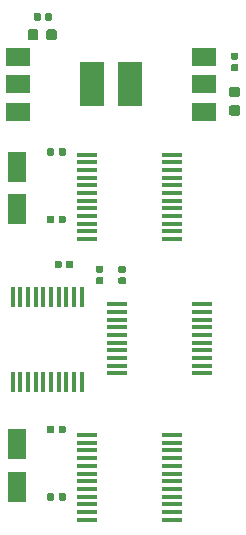
<source format=gtp>
G04 #@! TF.GenerationSoftware,KiCad,Pcbnew,(5.0.0)*
G04 #@! TF.CreationDate,2018-10-17T10:28:26+01:00*
G04 #@! TF.ProjectId,Motor_Toshiba_Shield,4D6F746F725F546F73686962615F5368,rev?*
G04 #@! TF.SameCoordinates,Original*
G04 #@! TF.FileFunction,Paste,Top*
G04 #@! TF.FilePolarity,Positive*
%FSLAX46Y46*%
G04 Gerber Fmt 4.6, Leading zero omitted, Abs format (unit mm)*
G04 Created by KiCad (PCBNEW (5.0.0)) date 10/17/18 10:28:26*
%MOMM*%
%LPD*%
G01*
G04 APERTURE LIST*
%ADD10R,0.450000X1.750000*%
%ADD11R,1.750000X0.450000*%
%ADD12C,0.100000*%
%ADD13C,0.590000*%
%ADD14C,0.875000*%
%ADD15R,1.600000X2.600000*%
%ADD16R,2.000000X3.800000*%
%ADD17R,2.000000X1.500000*%
G04 APERTURE END LIST*
D10*
G04 #@! TO.C,U6*
X121670000Y-98215000D03*
X121020000Y-98215000D03*
X120370000Y-98215000D03*
X119720000Y-98215000D03*
X119070000Y-98215000D03*
X118420000Y-98215000D03*
X117770000Y-98215000D03*
X117120000Y-98215000D03*
X116470000Y-98215000D03*
X115820000Y-98215000D03*
X115820000Y-91015000D03*
X116470000Y-91015000D03*
X117120000Y-91015000D03*
X117770000Y-91015000D03*
X118420000Y-91015000D03*
X119070000Y-91015000D03*
X119720000Y-91015000D03*
X120370000Y-91015000D03*
X121020000Y-91015000D03*
X121670000Y-91015000D03*
G04 #@! TD*
D11*
G04 #@! TO.C,U3*
X131870000Y-97484000D03*
X131870000Y-96834000D03*
X131870000Y-96184000D03*
X131870000Y-95534000D03*
X131870000Y-94884000D03*
X131870000Y-94234000D03*
X131870000Y-93584000D03*
X131870000Y-92934000D03*
X131870000Y-92284000D03*
X131870000Y-91634000D03*
X124670000Y-91634000D03*
X124670000Y-92284000D03*
X124670000Y-92934000D03*
X124670000Y-93584000D03*
X124670000Y-94234000D03*
X124670000Y-94884000D03*
X124670000Y-95534000D03*
X124670000Y-96184000D03*
X124670000Y-96834000D03*
X124670000Y-97484000D03*
G04 #@! TD*
D12*
G04 #@! TO.C,C1*
G36*
X134806958Y-70340710D02*
X134821276Y-70342834D01*
X134835317Y-70346351D01*
X134848946Y-70351228D01*
X134862031Y-70357417D01*
X134874447Y-70364858D01*
X134886073Y-70373481D01*
X134896798Y-70383202D01*
X134906519Y-70393927D01*
X134915142Y-70405553D01*
X134922583Y-70417969D01*
X134928772Y-70431054D01*
X134933649Y-70444683D01*
X134937166Y-70458724D01*
X134939290Y-70473042D01*
X134940000Y-70487500D01*
X134940000Y-70782500D01*
X134939290Y-70796958D01*
X134937166Y-70811276D01*
X134933649Y-70825317D01*
X134928772Y-70838946D01*
X134922583Y-70852031D01*
X134915142Y-70864447D01*
X134906519Y-70876073D01*
X134896798Y-70886798D01*
X134886073Y-70896519D01*
X134874447Y-70905142D01*
X134862031Y-70912583D01*
X134848946Y-70918772D01*
X134835317Y-70923649D01*
X134821276Y-70927166D01*
X134806958Y-70929290D01*
X134792500Y-70930000D01*
X134447500Y-70930000D01*
X134433042Y-70929290D01*
X134418724Y-70927166D01*
X134404683Y-70923649D01*
X134391054Y-70918772D01*
X134377969Y-70912583D01*
X134365553Y-70905142D01*
X134353927Y-70896519D01*
X134343202Y-70886798D01*
X134333481Y-70876073D01*
X134324858Y-70864447D01*
X134317417Y-70852031D01*
X134311228Y-70838946D01*
X134306351Y-70825317D01*
X134302834Y-70811276D01*
X134300710Y-70796958D01*
X134300000Y-70782500D01*
X134300000Y-70487500D01*
X134300710Y-70473042D01*
X134302834Y-70458724D01*
X134306351Y-70444683D01*
X134311228Y-70431054D01*
X134317417Y-70417969D01*
X134324858Y-70405553D01*
X134333481Y-70393927D01*
X134343202Y-70383202D01*
X134353927Y-70373481D01*
X134365553Y-70364858D01*
X134377969Y-70357417D01*
X134391054Y-70351228D01*
X134404683Y-70346351D01*
X134418724Y-70342834D01*
X134433042Y-70340710D01*
X134447500Y-70340000D01*
X134792500Y-70340000D01*
X134806958Y-70340710D01*
X134806958Y-70340710D01*
G37*
D13*
X134620000Y-70635000D03*
D12*
G36*
X134806958Y-71310710D02*
X134821276Y-71312834D01*
X134835317Y-71316351D01*
X134848946Y-71321228D01*
X134862031Y-71327417D01*
X134874447Y-71334858D01*
X134886073Y-71343481D01*
X134896798Y-71353202D01*
X134906519Y-71363927D01*
X134915142Y-71375553D01*
X134922583Y-71387969D01*
X134928772Y-71401054D01*
X134933649Y-71414683D01*
X134937166Y-71428724D01*
X134939290Y-71443042D01*
X134940000Y-71457500D01*
X134940000Y-71752500D01*
X134939290Y-71766958D01*
X134937166Y-71781276D01*
X134933649Y-71795317D01*
X134928772Y-71808946D01*
X134922583Y-71822031D01*
X134915142Y-71834447D01*
X134906519Y-71846073D01*
X134896798Y-71856798D01*
X134886073Y-71866519D01*
X134874447Y-71875142D01*
X134862031Y-71882583D01*
X134848946Y-71888772D01*
X134835317Y-71893649D01*
X134821276Y-71897166D01*
X134806958Y-71899290D01*
X134792500Y-71900000D01*
X134447500Y-71900000D01*
X134433042Y-71899290D01*
X134418724Y-71897166D01*
X134404683Y-71893649D01*
X134391054Y-71888772D01*
X134377969Y-71882583D01*
X134365553Y-71875142D01*
X134353927Y-71866519D01*
X134343202Y-71856798D01*
X134333481Y-71846073D01*
X134324858Y-71834447D01*
X134317417Y-71822031D01*
X134311228Y-71808946D01*
X134306351Y-71795317D01*
X134302834Y-71781276D01*
X134300710Y-71766958D01*
X134300000Y-71752500D01*
X134300000Y-71457500D01*
X134300710Y-71443042D01*
X134302834Y-71428724D01*
X134306351Y-71414683D01*
X134311228Y-71401054D01*
X134317417Y-71387969D01*
X134324858Y-71375553D01*
X134333481Y-71363927D01*
X134343202Y-71353202D01*
X134353927Y-71343481D01*
X134365553Y-71334858D01*
X134377969Y-71327417D01*
X134391054Y-71321228D01*
X134404683Y-71316351D01*
X134418724Y-71312834D01*
X134433042Y-71310710D01*
X134447500Y-71310000D01*
X134792500Y-71310000D01*
X134806958Y-71310710D01*
X134806958Y-71310710D01*
G37*
D13*
X134620000Y-71605000D03*
G04 #@! TD*
D12*
G04 #@! TO.C,C2*
G36*
X134897691Y-73223553D02*
X134918926Y-73226703D01*
X134939750Y-73231919D01*
X134959962Y-73239151D01*
X134979368Y-73248330D01*
X134997781Y-73259366D01*
X135015024Y-73272154D01*
X135030930Y-73286570D01*
X135045346Y-73302476D01*
X135058134Y-73319719D01*
X135069170Y-73338132D01*
X135078349Y-73357538D01*
X135085581Y-73377750D01*
X135090797Y-73398574D01*
X135093947Y-73419809D01*
X135095000Y-73441250D01*
X135095000Y-73878750D01*
X135093947Y-73900191D01*
X135090797Y-73921426D01*
X135085581Y-73942250D01*
X135078349Y-73962462D01*
X135069170Y-73981868D01*
X135058134Y-74000281D01*
X135045346Y-74017524D01*
X135030930Y-74033430D01*
X135015024Y-74047846D01*
X134997781Y-74060634D01*
X134979368Y-74071670D01*
X134959962Y-74080849D01*
X134939750Y-74088081D01*
X134918926Y-74093297D01*
X134897691Y-74096447D01*
X134876250Y-74097500D01*
X134363750Y-74097500D01*
X134342309Y-74096447D01*
X134321074Y-74093297D01*
X134300250Y-74088081D01*
X134280038Y-74080849D01*
X134260632Y-74071670D01*
X134242219Y-74060634D01*
X134224976Y-74047846D01*
X134209070Y-74033430D01*
X134194654Y-74017524D01*
X134181866Y-74000281D01*
X134170830Y-73981868D01*
X134161651Y-73962462D01*
X134154419Y-73942250D01*
X134149203Y-73921426D01*
X134146053Y-73900191D01*
X134145000Y-73878750D01*
X134145000Y-73441250D01*
X134146053Y-73419809D01*
X134149203Y-73398574D01*
X134154419Y-73377750D01*
X134161651Y-73357538D01*
X134170830Y-73338132D01*
X134181866Y-73319719D01*
X134194654Y-73302476D01*
X134209070Y-73286570D01*
X134224976Y-73272154D01*
X134242219Y-73259366D01*
X134260632Y-73248330D01*
X134280038Y-73239151D01*
X134300250Y-73231919D01*
X134321074Y-73226703D01*
X134342309Y-73223553D01*
X134363750Y-73222500D01*
X134876250Y-73222500D01*
X134897691Y-73223553D01*
X134897691Y-73223553D01*
G37*
D14*
X134620000Y-73660000D03*
D12*
G36*
X134897691Y-74798553D02*
X134918926Y-74801703D01*
X134939750Y-74806919D01*
X134959962Y-74814151D01*
X134979368Y-74823330D01*
X134997781Y-74834366D01*
X135015024Y-74847154D01*
X135030930Y-74861570D01*
X135045346Y-74877476D01*
X135058134Y-74894719D01*
X135069170Y-74913132D01*
X135078349Y-74932538D01*
X135085581Y-74952750D01*
X135090797Y-74973574D01*
X135093947Y-74994809D01*
X135095000Y-75016250D01*
X135095000Y-75453750D01*
X135093947Y-75475191D01*
X135090797Y-75496426D01*
X135085581Y-75517250D01*
X135078349Y-75537462D01*
X135069170Y-75556868D01*
X135058134Y-75575281D01*
X135045346Y-75592524D01*
X135030930Y-75608430D01*
X135015024Y-75622846D01*
X134997781Y-75635634D01*
X134979368Y-75646670D01*
X134959962Y-75655849D01*
X134939750Y-75663081D01*
X134918926Y-75668297D01*
X134897691Y-75671447D01*
X134876250Y-75672500D01*
X134363750Y-75672500D01*
X134342309Y-75671447D01*
X134321074Y-75668297D01*
X134300250Y-75663081D01*
X134280038Y-75655849D01*
X134260632Y-75646670D01*
X134242219Y-75635634D01*
X134224976Y-75622846D01*
X134209070Y-75608430D01*
X134194654Y-75592524D01*
X134181866Y-75575281D01*
X134170830Y-75556868D01*
X134161651Y-75537462D01*
X134154419Y-75517250D01*
X134149203Y-75496426D01*
X134146053Y-75475191D01*
X134145000Y-75453750D01*
X134145000Y-75016250D01*
X134146053Y-74994809D01*
X134149203Y-74973574D01*
X134154419Y-74952750D01*
X134161651Y-74932538D01*
X134170830Y-74913132D01*
X134181866Y-74894719D01*
X134194654Y-74877476D01*
X134209070Y-74861570D01*
X134224976Y-74847154D01*
X134242219Y-74834366D01*
X134260632Y-74823330D01*
X134280038Y-74814151D01*
X134300250Y-74806919D01*
X134321074Y-74801703D01*
X134342309Y-74798553D01*
X134363750Y-74797500D01*
X134876250Y-74797500D01*
X134897691Y-74798553D01*
X134897691Y-74798553D01*
G37*
D14*
X134620000Y-75235000D03*
G04 #@! TD*
D12*
G04 #@! TO.C,C3*
G36*
X119206958Y-107630710D02*
X119221276Y-107632834D01*
X119235317Y-107636351D01*
X119248946Y-107641228D01*
X119262031Y-107647417D01*
X119274447Y-107654858D01*
X119286073Y-107663481D01*
X119296798Y-107673202D01*
X119306519Y-107683927D01*
X119315142Y-107695553D01*
X119322583Y-107707969D01*
X119328772Y-107721054D01*
X119333649Y-107734683D01*
X119337166Y-107748724D01*
X119339290Y-107763042D01*
X119340000Y-107777500D01*
X119340000Y-108122500D01*
X119339290Y-108136958D01*
X119337166Y-108151276D01*
X119333649Y-108165317D01*
X119328772Y-108178946D01*
X119322583Y-108192031D01*
X119315142Y-108204447D01*
X119306519Y-108216073D01*
X119296798Y-108226798D01*
X119286073Y-108236519D01*
X119274447Y-108245142D01*
X119262031Y-108252583D01*
X119248946Y-108258772D01*
X119235317Y-108263649D01*
X119221276Y-108267166D01*
X119206958Y-108269290D01*
X119192500Y-108270000D01*
X118897500Y-108270000D01*
X118883042Y-108269290D01*
X118868724Y-108267166D01*
X118854683Y-108263649D01*
X118841054Y-108258772D01*
X118827969Y-108252583D01*
X118815553Y-108245142D01*
X118803927Y-108236519D01*
X118793202Y-108226798D01*
X118783481Y-108216073D01*
X118774858Y-108204447D01*
X118767417Y-108192031D01*
X118761228Y-108178946D01*
X118756351Y-108165317D01*
X118752834Y-108151276D01*
X118750710Y-108136958D01*
X118750000Y-108122500D01*
X118750000Y-107777500D01*
X118750710Y-107763042D01*
X118752834Y-107748724D01*
X118756351Y-107734683D01*
X118761228Y-107721054D01*
X118767417Y-107707969D01*
X118774858Y-107695553D01*
X118783481Y-107683927D01*
X118793202Y-107673202D01*
X118803927Y-107663481D01*
X118815553Y-107654858D01*
X118827969Y-107647417D01*
X118841054Y-107641228D01*
X118854683Y-107636351D01*
X118868724Y-107632834D01*
X118883042Y-107630710D01*
X118897500Y-107630000D01*
X119192500Y-107630000D01*
X119206958Y-107630710D01*
X119206958Y-107630710D01*
G37*
D13*
X119045000Y-107950000D03*
D12*
G36*
X120176958Y-107630710D02*
X120191276Y-107632834D01*
X120205317Y-107636351D01*
X120218946Y-107641228D01*
X120232031Y-107647417D01*
X120244447Y-107654858D01*
X120256073Y-107663481D01*
X120266798Y-107673202D01*
X120276519Y-107683927D01*
X120285142Y-107695553D01*
X120292583Y-107707969D01*
X120298772Y-107721054D01*
X120303649Y-107734683D01*
X120307166Y-107748724D01*
X120309290Y-107763042D01*
X120310000Y-107777500D01*
X120310000Y-108122500D01*
X120309290Y-108136958D01*
X120307166Y-108151276D01*
X120303649Y-108165317D01*
X120298772Y-108178946D01*
X120292583Y-108192031D01*
X120285142Y-108204447D01*
X120276519Y-108216073D01*
X120266798Y-108226798D01*
X120256073Y-108236519D01*
X120244447Y-108245142D01*
X120232031Y-108252583D01*
X120218946Y-108258772D01*
X120205317Y-108263649D01*
X120191276Y-108267166D01*
X120176958Y-108269290D01*
X120162500Y-108270000D01*
X119867500Y-108270000D01*
X119853042Y-108269290D01*
X119838724Y-108267166D01*
X119824683Y-108263649D01*
X119811054Y-108258772D01*
X119797969Y-108252583D01*
X119785553Y-108245142D01*
X119773927Y-108236519D01*
X119763202Y-108226798D01*
X119753481Y-108216073D01*
X119744858Y-108204447D01*
X119737417Y-108192031D01*
X119731228Y-108178946D01*
X119726351Y-108165317D01*
X119722834Y-108151276D01*
X119720710Y-108136958D01*
X119720000Y-108122500D01*
X119720000Y-107777500D01*
X119720710Y-107763042D01*
X119722834Y-107748724D01*
X119726351Y-107734683D01*
X119731228Y-107721054D01*
X119737417Y-107707969D01*
X119744858Y-107695553D01*
X119753481Y-107683927D01*
X119763202Y-107673202D01*
X119773927Y-107663481D01*
X119785553Y-107654858D01*
X119797969Y-107647417D01*
X119811054Y-107641228D01*
X119824683Y-107636351D01*
X119838724Y-107632834D01*
X119853042Y-107630710D01*
X119867500Y-107630000D01*
X120162500Y-107630000D01*
X120176958Y-107630710D01*
X120176958Y-107630710D01*
G37*
D13*
X120015000Y-107950000D03*
G04 #@! TD*
D12*
G04 #@! TO.C,C4*
G36*
X120176958Y-84135710D02*
X120191276Y-84137834D01*
X120205317Y-84141351D01*
X120218946Y-84146228D01*
X120232031Y-84152417D01*
X120244447Y-84159858D01*
X120256073Y-84168481D01*
X120266798Y-84178202D01*
X120276519Y-84188927D01*
X120285142Y-84200553D01*
X120292583Y-84212969D01*
X120298772Y-84226054D01*
X120303649Y-84239683D01*
X120307166Y-84253724D01*
X120309290Y-84268042D01*
X120310000Y-84282500D01*
X120310000Y-84627500D01*
X120309290Y-84641958D01*
X120307166Y-84656276D01*
X120303649Y-84670317D01*
X120298772Y-84683946D01*
X120292583Y-84697031D01*
X120285142Y-84709447D01*
X120276519Y-84721073D01*
X120266798Y-84731798D01*
X120256073Y-84741519D01*
X120244447Y-84750142D01*
X120232031Y-84757583D01*
X120218946Y-84763772D01*
X120205317Y-84768649D01*
X120191276Y-84772166D01*
X120176958Y-84774290D01*
X120162500Y-84775000D01*
X119867500Y-84775000D01*
X119853042Y-84774290D01*
X119838724Y-84772166D01*
X119824683Y-84768649D01*
X119811054Y-84763772D01*
X119797969Y-84757583D01*
X119785553Y-84750142D01*
X119773927Y-84741519D01*
X119763202Y-84731798D01*
X119753481Y-84721073D01*
X119744858Y-84709447D01*
X119737417Y-84697031D01*
X119731228Y-84683946D01*
X119726351Y-84670317D01*
X119722834Y-84656276D01*
X119720710Y-84641958D01*
X119720000Y-84627500D01*
X119720000Y-84282500D01*
X119720710Y-84268042D01*
X119722834Y-84253724D01*
X119726351Y-84239683D01*
X119731228Y-84226054D01*
X119737417Y-84212969D01*
X119744858Y-84200553D01*
X119753481Y-84188927D01*
X119763202Y-84178202D01*
X119773927Y-84168481D01*
X119785553Y-84159858D01*
X119797969Y-84152417D01*
X119811054Y-84146228D01*
X119824683Y-84141351D01*
X119838724Y-84137834D01*
X119853042Y-84135710D01*
X119867500Y-84135000D01*
X120162500Y-84135000D01*
X120176958Y-84135710D01*
X120176958Y-84135710D01*
G37*
D13*
X120015000Y-84455000D03*
D12*
G36*
X119206958Y-84135710D02*
X119221276Y-84137834D01*
X119235317Y-84141351D01*
X119248946Y-84146228D01*
X119262031Y-84152417D01*
X119274447Y-84159858D01*
X119286073Y-84168481D01*
X119296798Y-84178202D01*
X119306519Y-84188927D01*
X119315142Y-84200553D01*
X119322583Y-84212969D01*
X119328772Y-84226054D01*
X119333649Y-84239683D01*
X119337166Y-84253724D01*
X119339290Y-84268042D01*
X119340000Y-84282500D01*
X119340000Y-84627500D01*
X119339290Y-84641958D01*
X119337166Y-84656276D01*
X119333649Y-84670317D01*
X119328772Y-84683946D01*
X119322583Y-84697031D01*
X119315142Y-84709447D01*
X119306519Y-84721073D01*
X119296798Y-84731798D01*
X119286073Y-84741519D01*
X119274447Y-84750142D01*
X119262031Y-84757583D01*
X119248946Y-84763772D01*
X119235317Y-84768649D01*
X119221276Y-84772166D01*
X119206958Y-84774290D01*
X119192500Y-84775000D01*
X118897500Y-84775000D01*
X118883042Y-84774290D01*
X118868724Y-84772166D01*
X118854683Y-84768649D01*
X118841054Y-84763772D01*
X118827969Y-84757583D01*
X118815553Y-84750142D01*
X118803927Y-84741519D01*
X118793202Y-84731798D01*
X118783481Y-84721073D01*
X118774858Y-84709447D01*
X118767417Y-84697031D01*
X118761228Y-84683946D01*
X118756351Y-84670317D01*
X118752834Y-84656276D01*
X118750710Y-84641958D01*
X118750000Y-84627500D01*
X118750000Y-84282500D01*
X118750710Y-84268042D01*
X118752834Y-84253724D01*
X118756351Y-84239683D01*
X118761228Y-84226054D01*
X118767417Y-84212969D01*
X118774858Y-84200553D01*
X118783481Y-84188927D01*
X118793202Y-84178202D01*
X118803927Y-84168481D01*
X118815553Y-84159858D01*
X118827969Y-84152417D01*
X118841054Y-84146228D01*
X118854683Y-84141351D01*
X118868724Y-84137834D01*
X118883042Y-84135710D01*
X118897500Y-84135000D01*
X119192500Y-84135000D01*
X119206958Y-84135710D01*
X119206958Y-84135710D01*
G37*
D13*
X119045000Y-84455000D03*
G04 #@! TD*
D15*
G04 #@! TO.C,C5*
X116205000Y-103505000D03*
X116205000Y-107105000D03*
G04 #@! TD*
G04 #@! TO.C,C6*
X116205000Y-83610000D03*
X116205000Y-80010000D03*
G04 #@! TD*
D12*
G04 #@! TO.C,C9*
G36*
X119206958Y-101915710D02*
X119221276Y-101917834D01*
X119235317Y-101921351D01*
X119248946Y-101926228D01*
X119262031Y-101932417D01*
X119274447Y-101939858D01*
X119286073Y-101948481D01*
X119296798Y-101958202D01*
X119306519Y-101968927D01*
X119315142Y-101980553D01*
X119322583Y-101992969D01*
X119328772Y-102006054D01*
X119333649Y-102019683D01*
X119337166Y-102033724D01*
X119339290Y-102048042D01*
X119340000Y-102062500D01*
X119340000Y-102407500D01*
X119339290Y-102421958D01*
X119337166Y-102436276D01*
X119333649Y-102450317D01*
X119328772Y-102463946D01*
X119322583Y-102477031D01*
X119315142Y-102489447D01*
X119306519Y-102501073D01*
X119296798Y-102511798D01*
X119286073Y-102521519D01*
X119274447Y-102530142D01*
X119262031Y-102537583D01*
X119248946Y-102543772D01*
X119235317Y-102548649D01*
X119221276Y-102552166D01*
X119206958Y-102554290D01*
X119192500Y-102555000D01*
X118897500Y-102555000D01*
X118883042Y-102554290D01*
X118868724Y-102552166D01*
X118854683Y-102548649D01*
X118841054Y-102543772D01*
X118827969Y-102537583D01*
X118815553Y-102530142D01*
X118803927Y-102521519D01*
X118793202Y-102511798D01*
X118783481Y-102501073D01*
X118774858Y-102489447D01*
X118767417Y-102477031D01*
X118761228Y-102463946D01*
X118756351Y-102450317D01*
X118752834Y-102436276D01*
X118750710Y-102421958D01*
X118750000Y-102407500D01*
X118750000Y-102062500D01*
X118750710Y-102048042D01*
X118752834Y-102033724D01*
X118756351Y-102019683D01*
X118761228Y-102006054D01*
X118767417Y-101992969D01*
X118774858Y-101980553D01*
X118783481Y-101968927D01*
X118793202Y-101958202D01*
X118803927Y-101948481D01*
X118815553Y-101939858D01*
X118827969Y-101932417D01*
X118841054Y-101926228D01*
X118854683Y-101921351D01*
X118868724Y-101917834D01*
X118883042Y-101915710D01*
X118897500Y-101915000D01*
X119192500Y-101915000D01*
X119206958Y-101915710D01*
X119206958Y-101915710D01*
G37*
D13*
X119045000Y-102235000D03*
D12*
G36*
X120176958Y-101915710D02*
X120191276Y-101917834D01*
X120205317Y-101921351D01*
X120218946Y-101926228D01*
X120232031Y-101932417D01*
X120244447Y-101939858D01*
X120256073Y-101948481D01*
X120266798Y-101958202D01*
X120276519Y-101968927D01*
X120285142Y-101980553D01*
X120292583Y-101992969D01*
X120298772Y-102006054D01*
X120303649Y-102019683D01*
X120307166Y-102033724D01*
X120309290Y-102048042D01*
X120310000Y-102062500D01*
X120310000Y-102407500D01*
X120309290Y-102421958D01*
X120307166Y-102436276D01*
X120303649Y-102450317D01*
X120298772Y-102463946D01*
X120292583Y-102477031D01*
X120285142Y-102489447D01*
X120276519Y-102501073D01*
X120266798Y-102511798D01*
X120256073Y-102521519D01*
X120244447Y-102530142D01*
X120232031Y-102537583D01*
X120218946Y-102543772D01*
X120205317Y-102548649D01*
X120191276Y-102552166D01*
X120176958Y-102554290D01*
X120162500Y-102555000D01*
X119867500Y-102555000D01*
X119853042Y-102554290D01*
X119838724Y-102552166D01*
X119824683Y-102548649D01*
X119811054Y-102543772D01*
X119797969Y-102537583D01*
X119785553Y-102530142D01*
X119773927Y-102521519D01*
X119763202Y-102511798D01*
X119753481Y-102501073D01*
X119744858Y-102489447D01*
X119737417Y-102477031D01*
X119731228Y-102463946D01*
X119726351Y-102450317D01*
X119722834Y-102436276D01*
X119720710Y-102421958D01*
X119720000Y-102407500D01*
X119720000Y-102062500D01*
X119720710Y-102048042D01*
X119722834Y-102033724D01*
X119726351Y-102019683D01*
X119731228Y-102006054D01*
X119737417Y-101992969D01*
X119744858Y-101980553D01*
X119753481Y-101968927D01*
X119763202Y-101958202D01*
X119773927Y-101948481D01*
X119785553Y-101939858D01*
X119797969Y-101932417D01*
X119811054Y-101926228D01*
X119824683Y-101921351D01*
X119838724Y-101917834D01*
X119853042Y-101915710D01*
X119867500Y-101915000D01*
X120162500Y-101915000D01*
X120176958Y-101915710D01*
X120176958Y-101915710D01*
G37*
D13*
X120015000Y-102235000D03*
G04 #@! TD*
D12*
G04 #@! TO.C,C10*
G36*
X120176958Y-78420710D02*
X120191276Y-78422834D01*
X120205317Y-78426351D01*
X120218946Y-78431228D01*
X120232031Y-78437417D01*
X120244447Y-78444858D01*
X120256073Y-78453481D01*
X120266798Y-78463202D01*
X120276519Y-78473927D01*
X120285142Y-78485553D01*
X120292583Y-78497969D01*
X120298772Y-78511054D01*
X120303649Y-78524683D01*
X120307166Y-78538724D01*
X120309290Y-78553042D01*
X120310000Y-78567500D01*
X120310000Y-78912500D01*
X120309290Y-78926958D01*
X120307166Y-78941276D01*
X120303649Y-78955317D01*
X120298772Y-78968946D01*
X120292583Y-78982031D01*
X120285142Y-78994447D01*
X120276519Y-79006073D01*
X120266798Y-79016798D01*
X120256073Y-79026519D01*
X120244447Y-79035142D01*
X120232031Y-79042583D01*
X120218946Y-79048772D01*
X120205317Y-79053649D01*
X120191276Y-79057166D01*
X120176958Y-79059290D01*
X120162500Y-79060000D01*
X119867500Y-79060000D01*
X119853042Y-79059290D01*
X119838724Y-79057166D01*
X119824683Y-79053649D01*
X119811054Y-79048772D01*
X119797969Y-79042583D01*
X119785553Y-79035142D01*
X119773927Y-79026519D01*
X119763202Y-79016798D01*
X119753481Y-79006073D01*
X119744858Y-78994447D01*
X119737417Y-78982031D01*
X119731228Y-78968946D01*
X119726351Y-78955317D01*
X119722834Y-78941276D01*
X119720710Y-78926958D01*
X119720000Y-78912500D01*
X119720000Y-78567500D01*
X119720710Y-78553042D01*
X119722834Y-78538724D01*
X119726351Y-78524683D01*
X119731228Y-78511054D01*
X119737417Y-78497969D01*
X119744858Y-78485553D01*
X119753481Y-78473927D01*
X119763202Y-78463202D01*
X119773927Y-78453481D01*
X119785553Y-78444858D01*
X119797969Y-78437417D01*
X119811054Y-78431228D01*
X119824683Y-78426351D01*
X119838724Y-78422834D01*
X119853042Y-78420710D01*
X119867500Y-78420000D01*
X120162500Y-78420000D01*
X120176958Y-78420710D01*
X120176958Y-78420710D01*
G37*
D13*
X120015000Y-78740000D03*
D12*
G36*
X119206958Y-78420710D02*
X119221276Y-78422834D01*
X119235317Y-78426351D01*
X119248946Y-78431228D01*
X119262031Y-78437417D01*
X119274447Y-78444858D01*
X119286073Y-78453481D01*
X119296798Y-78463202D01*
X119306519Y-78473927D01*
X119315142Y-78485553D01*
X119322583Y-78497969D01*
X119328772Y-78511054D01*
X119333649Y-78524683D01*
X119337166Y-78538724D01*
X119339290Y-78553042D01*
X119340000Y-78567500D01*
X119340000Y-78912500D01*
X119339290Y-78926958D01*
X119337166Y-78941276D01*
X119333649Y-78955317D01*
X119328772Y-78968946D01*
X119322583Y-78982031D01*
X119315142Y-78994447D01*
X119306519Y-79006073D01*
X119296798Y-79016798D01*
X119286073Y-79026519D01*
X119274447Y-79035142D01*
X119262031Y-79042583D01*
X119248946Y-79048772D01*
X119235317Y-79053649D01*
X119221276Y-79057166D01*
X119206958Y-79059290D01*
X119192500Y-79060000D01*
X118897500Y-79060000D01*
X118883042Y-79059290D01*
X118868724Y-79057166D01*
X118854683Y-79053649D01*
X118841054Y-79048772D01*
X118827969Y-79042583D01*
X118815553Y-79035142D01*
X118803927Y-79026519D01*
X118793202Y-79016798D01*
X118783481Y-79006073D01*
X118774858Y-78994447D01*
X118767417Y-78982031D01*
X118761228Y-78968946D01*
X118756351Y-78955317D01*
X118752834Y-78941276D01*
X118750710Y-78926958D01*
X118750000Y-78912500D01*
X118750000Y-78567500D01*
X118750710Y-78553042D01*
X118752834Y-78538724D01*
X118756351Y-78524683D01*
X118761228Y-78511054D01*
X118767417Y-78497969D01*
X118774858Y-78485553D01*
X118783481Y-78473927D01*
X118793202Y-78463202D01*
X118803927Y-78453481D01*
X118815553Y-78444858D01*
X118827969Y-78437417D01*
X118841054Y-78431228D01*
X118854683Y-78426351D01*
X118868724Y-78422834D01*
X118883042Y-78420710D01*
X118897500Y-78420000D01*
X119192500Y-78420000D01*
X119206958Y-78420710D01*
X119206958Y-78420710D01*
G37*
D13*
X119045000Y-78740000D03*
G04 #@! TD*
D12*
G04 #@! TO.C,C11*
G36*
X123376958Y-89344710D02*
X123391276Y-89346834D01*
X123405317Y-89350351D01*
X123418946Y-89355228D01*
X123432031Y-89361417D01*
X123444447Y-89368858D01*
X123456073Y-89377481D01*
X123466798Y-89387202D01*
X123476519Y-89397927D01*
X123485142Y-89409553D01*
X123492583Y-89421969D01*
X123498772Y-89435054D01*
X123503649Y-89448683D01*
X123507166Y-89462724D01*
X123509290Y-89477042D01*
X123510000Y-89491500D01*
X123510000Y-89786500D01*
X123509290Y-89800958D01*
X123507166Y-89815276D01*
X123503649Y-89829317D01*
X123498772Y-89842946D01*
X123492583Y-89856031D01*
X123485142Y-89868447D01*
X123476519Y-89880073D01*
X123466798Y-89890798D01*
X123456073Y-89900519D01*
X123444447Y-89909142D01*
X123432031Y-89916583D01*
X123418946Y-89922772D01*
X123405317Y-89927649D01*
X123391276Y-89931166D01*
X123376958Y-89933290D01*
X123362500Y-89934000D01*
X123017500Y-89934000D01*
X123003042Y-89933290D01*
X122988724Y-89931166D01*
X122974683Y-89927649D01*
X122961054Y-89922772D01*
X122947969Y-89916583D01*
X122935553Y-89909142D01*
X122923927Y-89900519D01*
X122913202Y-89890798D01*
X122903481Y-89880073D01*
X122894858Y-89868447D01*
X122887417Y-89856031D01*
X122881228Y-89842946D01*
X122876351Y-89829317D01*
X122872834Y-89815276D01*
X122870710Y-89800958D01*
X122870000Y-89786500D01*
X122870000Y-89491500D01*
X122870710Y-89477042D01*
X122872834Y-89462724D01*
X122876351Y-89448683D01*
X122881228Y-89435054D01*
X122887417Y-89421969D01*
X122894858Y-89409553D01*
X122903481Y-89397927D01*
X122913202Y-89387202D01*
X122923927Y-89377481D01*
X122935553Y-89368858D01*
X122947969Y-89361417D01*
X122961054Y-89355228D01*
X122974683Y-89350351D01*
X122988724Y-89346834D01*
X123003042Y-89344710D01*
X123017500Y-89344000D01*
X123362500Y-89344000D01*
X123376958Y-89344710D01*
X123376958Y-89344710D01*
G37*
D13*
X123190000Y-89639000D03*
D12*
G36*
X123376958Y-88374710D02*
X123391276Y-88376834D01*
X123405317Y-88380351D01*
X123418946Y-88385228D01*
X123432031Y-88391417D01*
X123444447Y-88398858D01*
X123456073Y-88407481D01*
X123466798Y-88417202D01*
X123476519Y-88427927D01*
X123485142Y-88439553D01*
X123492583Y-88451969D01*
X123498772Y-88465054D01*
X123503649Y-88478683D01*
X123507166Y-88492724D01*
X123509290Y-88507042D01*
X123510000Y-88521500D01*
X123510000Y-88816500D01*
X123509290Y-88830958D01*
X123507166Y-88845276D01*
X123503649Y-88859317D01*
X123498772Y-88872946D01*
X123492583Y-88886031D01*
X123485142Y-88898447D01*
X123476519Y-88910073D01*
X123466798Y-88920798D01*
X123456073Y-88930519D01*
X123444447Y-88939142D01*
X123432031Y-88946583D01*
X123418946Y-88952772D01*
X123405317Y-88957649D01*
X123391276Y-88961166D01*
X123376958Y-88963290D01*
X123362500Y-88964000D01*
X123017500Y-88964000D01*
X123003042Y-88963290D01*
X122988724Y-88961166D01*
X122974683Y-88957649D01*
X122961054Y-88952772D01*
X122947969Y-88946583D01*
X122935553Y-88939142D01*
X122923927Y-88930519D01*
X122913202Y-88920798D01*
X122903481Y-88910073D01*
X122894858Y-88898447D01*
X122887417Y-88886031D01*
X122881228Y-88872946D01*
X122876351Y-88859317D01*
X122872834Y-88845276D01*
X122870710Y-88830958D01*
X122870000Y-88816500D01*
X122870000Y-88521500D01*
X122870710Y-88507042D01*
X122872834Y-88492724D01*
X122876351Y-88478683D01*
X122881228Y-88465054D01*
X122887417Y-88451969D01*
X122894858Y-88439553D01*
X122903481Y-88427927D01*
X122913202Y-88417202D01*
X122923927Y-88407481D01*
X122935553Y-88398858D01*
X122947969Y-88391417D01*
X122961054Y-88385228D01*
X122974683Y-88380351D01*
X122988724Y-88376834D01*
X123003042Y-88374710D01*
X123017500Y-88374000D01*
X123362500Y-88374000D01*
X123376958Y-88374710D01*
X123376958Y-88374710D01*
G37*
D13*
X123190000Y-88669000D03*
G04 #@! TD*
D12*
G04 #@! TO.C,D1*
G36*
X117791191Y-68360053D02*
X117812426Y-68363203D01*
X117833250Y-68368419D01*
X117853462Y-68375651D01*
X117872868Y-68384830D01*
X117891281Y-68395866D01*
X117908524Y-68408654D01*
X117924430Y-68423070D01*
X117938846Y-68438976D01*
X117951634Y-68456219D01*
X117962670Y-68474632D01*
X117971849Y-68494038D01*
X117979081Y-68514250D01*
X117984297Y-68535074D01*
X117987447Y-68556309D01*
X117988500Y-68577750D01*
X117988500Y-69090250D01*
X117987447Y-69111691D01*
X117984297Y-69132926D01*
X117979081Y-69153750D01*
X117971849Y-69173962D01*
X117962670Y-69193368D01*
X117951634Y-69211781D01*
X117938846Y-69229024D01*
X117924430Y-69244930D01*
X117908524Y-69259346D01*
X117891281Y-69272134D01*
X117872868Y-69283170D01*
X117853462Y-69292349D01*
X117833250Y-69299581D01*
X117812426Y-69304797D01*
X117791191Y-69307947D01*
X117769750Y-69309000D01*
X117332250Y-69309000D01*
X117310809Y-69307947D01*
X117289574Y-69304797D01*
X117268750Y-69299581D01*
X117248538Y-69292349D01*
X117229132Y-69283170D01*
X117210719Y-69272134D01*
X117193476Y-69259346D01*
X117177570Y-69244930D01*
X117163154Y-69229024D01*
X117150366Y-69211781D01*
X117139330Y-69193368D01*
X117130151Y-69173962D01*
X117122919Y-69153750D01*
X117117703Y-69132926D01*
X117114553Y-69111691D01*
X117113500Y-69090250D01*
X117113500Y-68577750D01*
X117114553Y-68556309D01*
X117117703Y-68535074D01*
X117122919Y-68514250D01*
X117130151Y-68494038D01*
X117139330Y-68474632D01*
X117150366Y-68456219D01*
X117163154Y-68438976D01*
X117177570Y-68423070D01*
X117193476Y-68408654D01*
X117210719Y-68395866D01*
X117229132Y-68384830D01*
X117248538Y-68375651D01*
X117268750Y-68368419D01*
X117289574Y-68363203D01*
X117310809Y-68360053D01*
X117332250Y-68359000D01*
X117769750Y-68359000D01*
X117791191Y-68360053D01*
X117791191Y-68360053D01*
G37*
D14*
X117551000Y-68834000D03*
D12*
G36*
X119366191Y-68360053D02*
X119387426Y-68363203D01*
X119408250Y-68368419D01*
X119428462Y-68375651D01*
X119447868Y-68384830D01*
X119466281Y-68395866D01*
X119483524Y-68408654D01*
X119499430Y-68423070D01*
X119513846Y-68438976D01*
X119526634Y-68456219D01*
X119537670Y-68474632D01*
X119546849Y-68494038D01*
X119554081Y-68514250D01*
X119559297Y-68535074D01*
X119562447Y-68556309D01*
X119563500Y-68577750D01*
X119563500Y-69090250D01*
X119562447Y-69111691D01*
X119559297Y-69132926D01*
X119554081Y-69153750D01*
X119546849Y-69173962D01*
X119537670Y-69193368D01*
X119526634Y-69211781D01*
X119513846Y-69229024D01*
X119499430Y-69244930D01*
X119483524Y-69259346D01*
X119466281Y-69272134D01*
X119447868Y-69283170D01*
X119428462Y-69292349D01*
X119408250Y-69299581D01*
X119387426Y-69304797D01*
X119366191Y-69307947D01*
X119344750Y-69309000D01*
X118907250Y-69309000D01*
X118885809Y-69307947D01*
X118864574Y-69304797D01*
X118843750Y-69299581D01*
X118823538Y-69292349D01*
X118804132Y-69283170D01*
X118785719Y-69272134D01*
X118768476Y-69259346D01*
X118752570Y-69244930D01*
X118738154Y-69229024D01*
X118725366Y-69211781D01*
X118714330Y-69193368D01*
X118705151Y-69173962D01*
X118697919Y-69153750D01*
X118692703Y-69132926D01*
X118689553Y-69111691D01*
X118688500Y-69090250D01*
X118688500Y-68577750D01*
X118689553Y-68556309D01*
X118692703Y-68535074D01*
X118697919Y-68514250D01*
X118705151Y-68494038D01*
X118714330Y-68474632D01*
X118725366Y-68456219D01*
X118738154Y-68438976D01*
X118752570Y-68423070D01*
X118768476Y-68408654D01*
X118785719Y-68395866D01*
X118804132Y-68384830D01*
X118823538Y-68375651D01*
X118843750Y-68368419D01*
X118864574Y-68363203D01*
X118885809Y-68360053D01*
X118907250Y-68359000D01*
X119344750Y-68359000D01*
X119366191Y-68360053D01*
X119366191Y-68360053D01*
G37*
D14*
X119126000Y-68834000D03*
G04 #@! TD*
D16*
G04 #@! TO.C,Q1*
X122555000Y-73025000D03*
D17*
X116255000Y-73025000D03*
X116255000Y-75325000D03*
X116255000Y-70725000D03*
G04 #@! TD*
D12*
G04 #@! TO.C,R1*
G36*
X119033958Y-66990710D02*
X119048276Y-66992834D01*
X119062317Y-66996351D01*
X119075946Y-67001228D01*
X119089031Y-67007417D01*
X119101447Y-67014858D01*
X119113073Y-67023481D01*
X119123798Y-67033202D01*
X119133519Y-67043927D01*
X119142142Y-67055553D01*
X119149583Y-67067969D01*
X119155772Y-67081054D01*
X119160649Y-67094683D01*
X119164166Y-67108724D01*
X119166290Y-67123042D01*
X119167000Y-67137500D01*
X119167000Y-67482500D01*
X119166290Y-67496958D01*
X119164166Y-67511276D01*
X119160649Y-67525317D01*
X119155772Y-67538946D01*
X119149583Y-67552031D01*
X119142142Y-67564447D01*
X119133519Y-67576073D01*
X119123798Y-67586798D01*
X119113073Y-67596519D01*
X119101447Y-67605142D01*
X119089031Y-67612583D01*
X119075946Y-67618772D01*
X119062317Y-67623649D01*
X119048276Y-67627166D01*
X119033958Y-67629290D01*
X119019500Y-67630000D01*
X118724500Y-67630000D01*
X118710042Y-67629290D01*
X118695724Y-67627166D01*
X118681683Y-67623649D01*
X118668054Y-67618772D01*
X118654969Y-67612583D01*
X118642553Y-67605142D01*
X118630927Y-67596519D01*
X118620202Y-67586798D01*
X118610481Y-67576073D01*
X118601858Y-67564447D01*
X118594417Y-67552031D01*
X118588228Y-67538946D01*
X118583351Y-67525317D01*
X118579834Y-67511276D01*
X118577710Y-67496958D01*
X118577000Y-67482500D01*
X118577000Y-67137500D01*
X118577710Y-67123042D01*
X118579834Y-67108724D01*
X118583351Y-67094683D01*
X118588228Y-67081054D01*
X118594417Y-67067969D01*
X118601858Y-67055553D01*
X118610481Y-67043927D01*
X118620202Y-67033202D01*
X118630927Y-67023481D01*
X118642553Y-67014858D01*
X118654969Y-67007417D01*
X118668054Y-67001228D01*
X118681683Y-66996351D01*
X118695724Y-66992834D01*
X118710042Y-66990710D01*
X118724500Y-66990000D01*
X119019500Y-66990000D01*
X119033958Y-66990710D01*
X119033958Y-66990710D01*
G37*
D13*
X118872000Y-67310000D03*
D12*
G36*
X118063958Y-66990710D02*
X118078276Y-66992834D01*
X118092317Y-66996351D01*
X118105946Y-67001228D01*
X118119031Y-67007417D01*
X118131447Y-67014858D01*
X118143073Y-67023481D01*
X118153798Y-67033202D01*
X118163519Y-67043927D01*
X118172142Y-67055553D01*
X118179583Y-67067969D01*
X118185772Y-67081054D01*
X118190649Y-67094683D01*
X118194166Y-67108724D01*
X118196290Y-67123042D01*
X118197000Y-67137500D01*
X118197000Y-67482500D01*
X118196290Y-67496958D01*
X118194166Y-67511276D01*
X118190649Y-67525317D01*
X118185772Y-67538946D01*
X118179583Y-67552031D01*
X118172142Y-67564447D01*
X118163519Y-67576073D01*
X118153798Y-67586798D01*
X118143073Y-67596519D01*
X118131447Y-67605142D01*
X118119031Y-67612583D01*
X118105946Y-67618772D01*
X118092317Y-67623649D01*
X118078276Y-67627166D01*
X118063958Y-67629290D01*
X118049500Y-67630000D01*
X117754500Y-67630000D01*
X117740042Y-67629290D01*
X117725724Y-67627166D01*
X117711683Y-67623649D01*
X117698054Y-67618772D01*
X117684969Y-67612583D01*
X117672553Y-67605142D01*
X117660927Y-67596519D01*
X117650202Y-67586798D01*
X117640481Y-67576073D01*
X117631858Y-67564447D01*
X117624417Y-67552031D01*
X117618228Y-67538946D01*
X117613351Y-67525317D01*
X117609834Y-67511276D01*
X117607710Y-67496958D01*
X117607000Y-67482500D01*
X117607000Y-67137500D01*
X117607710Y-67123042D01*
X117609834Y-67108724D01*
X117613351Y-67094683D01*
X117618228Y-67081054D01*
X117624417Y-67067969D01*
X117631858Y-67055553D01*
X117640481Y-67043927D01*
X117650202Y-67033202D01*
X117660927Y-67023481D01*
X117672553Y-67014858D01*
X117684969Y-67007417D01*
X117698054Y-67001228D01*
X117711683Y-66996351D01*
X117725724Y-66992834D01*
X117740042Y-66990710D01*
X117754500Y-66990000D01*
X118049500Y-66990000D01*
X118063958Y-66990710D01*
X118063958Y-66990710D01*
G37*
D13*
X117902000Y-67310000D03*
G04 #@! TD*
D12*
G04 #@! TO.C,R2*
G36*
X125281958Y-89367710D02*
X125296276Y-89369834D01*
X125310317Y-89373351D01*
X125323946Y-89378228D01*
X125337031Y-89384417D01*
X125349447Y-89391858D01*
X125361073Y-89400481D01*
X125371798Y-89410202D01*
X125381519Y-89420927D01*
X125390142Y-89432553D01*
X125397583Y-89444969D01*
X125403772Y-89458054D01*
X125408649Y-89471683D01*
X125412166Y-89485724D01*
X125414290Y-89500042D01*
X125415000Y-89514500D01*
X125415000Y-89809500D01*
X125414290Y-89823958D01*
X125412166Y-89838276D01*
X125408649Y-89852317D01*
X125403772Y-89865946D01*
X125397583Y-89879031D01*
X125390142Y-89891447D01*
X125381519Y-89903073D01*
X125371798Y-89913798D01*
X125361073Y-89923519D01*
X125349447Y-89932142D01*
X125337031Y-89939583D01*
X125323946Y-89945772D01*
X125310317Y-89950649D01*
X125296276Y-89954166D01*
X125281958Y-89956290D01*
X125267500Y-89957000D01*
X124922500Y-89957000D01*
X124908042Y-89956290D01*
X124893724Y-89954166D01*
X124879683Y-89950649D01*
X124866054Y-89945772D01*
X124852969Y-89939583D01*
X124840553Y-89932142D01*
X124828927Y-89923519D01*
X124818202Y-89913798D01*
X124808481Y-89903073D01*
X124799858Y-89891447D01*
X124792417Y-89879031D01*
X124786228Y-89865946D01*
X124781351Y-89852317D01*
X124777834Y-89838276D01*
X124775710Y-89823958D01*
X124775000Y-89809500D01*
X124775000Y-89514500D01*
X124775710Y-89500042D01*
X124777834Y-89485724D01*
X124781351Y-89471683D01*
X124786228Y-89458054D01*
X124792417Y-89444969D01*
X124799858Y-89432553D01*
X124808481Y-89420927D01*
X124818202Y-89410202D01*
X124828927Y-89400481D01*
X124840553Y-89391858D01*
X124852969Y-89384417D01*
X124866054Y-89378228D01*
X124879683Y-89373351D01*
X124893724Y-89369834D01*
X124908042Y-89367710D01*
X124922500Y-89367000D01*
X125267500Y-89367000D01*
X125281958Y-89367710D01*
X125281958Y-89367710D01*
G37*
D13*
X125095000Y-89662000D03*
D12*
G36*
X125281958Y-88397710D02*
X125296276Y-88399834D01*
X125310317Y-88403351D01*
X125323946Y-88408228D01*
X125337031Y-88414417D01*
X125349447Y-88421858D01*
X125361073Y-88430481D01*
X125371798Y-88440202D01*
X125381519Y-88450927D01*
X125390142Y-88462553D01*
X125397583Y-88474969D01*
X125403772Y-88488054D01*
X125408649Y-88501683D01*
X125412166Y-88515724D01*
X125414290Y-88530042D01*
X125415000Y-88544500D01*
X125415000Y-88839500D01*
X125414290Y-88853958D01*
X125412166Y-88868276D01*
X125408649Y-88882317D01*
X125403772Y-88895946D01*
X125397583Y-88909031D01*
X125390142Y-88921447D01*
X125381519Y-88933073D01*
X125371798Y-88943798D01*
X125361073Y-88953519D01*
X125349447Y-88962142D01*
X125337031Y-88969583D01*
X125323946Y-88975772D01*
X125310317Y-88980649D01*
X125296276Y-88984166D01*
X125281958Y-88986290D01*
X125267500Y-88987000D01*
X124922500Y-88987000D01*
X124908042Y-88986290D01*
X124893724Y-88984166D01*
X124879683Y-88980649D01*
X124866054Y-88975772D01*
X124852969Y-88969583D01*
X124840553Y-88962142D01*
X124828927Y-88953519D01*
X124818202Y-88943798D01*
X124808481Y-88933073D01*
X124799858Y-88921447D01*
X124792417Y-88909031D01*
X124786228Y-88895946D01*
X124781351Y-88882317D01*
X124777834Y-88868276D01*
X124775710Y-88853958D01*
X124775000Y-88839500D01*
X124775000Y-88544500D01*
X124775710Y-88530042D01*
X124777834Y-88515724D01*
X124781351Y-88501683D01*
X124786228Y-88488054D01*
X124792417Y-88474969D01*
X124799858Y-88462553D01*
X124808481Y-88450927D01*
X124818202Y-88440202D01*
X124828927Y-88430481D01*
X124840553Y-88421858D01*
X124852969Y-88414417D01*
X124866054Y-88408228D01*
X124879683Y-88403351D01*
X124893724Y-88399834D01*
X124908042Y-88397710D01*
X124922500Y-88397000D01*
X125267500Y-88397000D01*
X125281958Y-88397710D01*
X125281958Y-88397710D01*
G37*
D13*
X125095000Y-88692000D03*
G04 #@! TD*
D12*
G04 #@! TO.C,R3*
G36*
X120811958Y-87945710D02*
X120826276Y-87947834D01*
X120840317Y-87951351D01*
X120853946Y-87956228D01*
X120867031Y-87962417D01*
X120879447Y-87969858D01*
X120891073Y-87978481D01*
X120901798Y-87988202D01*
X120911519Y-87998927D01*
X120920142Y-88010553D01*
X120927583Y-88022969D01*
X120933772Y-88036054D01*
X120938649Y-88049683D01*
X120942166Y-88063724D01*
X120944290Y-88078042D01*
X120945000Y-88092500D01*
X120945000Y-88437500D01*
X120944290Y-88451958D01*
X120942166Y-88466276D01*
X120938649Y-88480317D01*
X120933772Y-88493946D01*
X120927583Y-88507031D01*
X120920142Y-88519447D01*
X120911519Y-88531073D01*
X120901798Y-88541798D01*
X120891073Y-88551519D01*
X120879447Y-88560142D01*
X120867031Y-88567583D01*
X120853946Y-88573772D01*
X120840317Y-88578649D01*
X120826276Y-88582166D01*
X120811958Y-88584290D01*
X120797500Y-88585000D01*
X120502500Y-88585000D01*
X120488042Y-88584290D01*
X120473724Y-88582166D01*
X120459683Y-88578649D01*
X120446054Y-88573772D01*
X120432969Y-88567583D01*
X120420553Y-88560142D01*
X120408927Y-88551519D01*
X120398202Y-88541798D01*
X120388481Y-88531073D01*
X120379858Y-88519447D01*
X120372417Y-88507031D01*
X120366228Y-88493946D01*
X120361351Y-88480317D01*
X120357834Y-88466276D01*
X120355710Y-88451958D01*
X120355000Y-88437500D01*
X120355000Y-88092500D01*
X120355710Y-88078042D01*
X120357834Y-88063724D01*
X120361351Y-88049683D01*
X120366228Y-88036054D01*
X120372417Y-88022969D01*
X120379858Y-88010553D01*
X120388481Y-87998927D01*
X120398202Y-87988202D01*
X120408927Y-87978481D01*
X120420553Y-87969858D01*
X120432969Y-87962417D01*
X120446054Y-87956228D01*
X120459683Y-87951351D01*
X120473724Y-87947834D01*
X120488042Y-87945710D01*
X120502500Y-87945000D01*
X120797500Y-87945000D01*
X120811958Y-87945710D01*
X120811958Y-87945710D01*
G37*
D13*
X120650000Y-88265000D03*
D12*
G36*
X119841958Y-87945710D02*
X119856276Y-87947834D01*
X119870317Y-87951351D01*
X119883946Y-87956228D01*
X119897031Y-87962417D01*
X119909447Y-87969858D01*
X119921073Y-87978481D01*
X119931798Y-87988202D01*
X119941519Y-87998927D01*
X119950142Y-88010553D01*
X119957583Y-88022969D01*
X119963772Y-88036054D01*
X119968649Y-88049683D01*
X119972166Y-88063724D01*
X119974290Y-88078042D01*
X119975000Y-88092500D01*
X119975000Y-88437500D01*
X119974290Y-88451958D01*
X119972166Y-88466276D01*
X119968649Y-88480317D01*
X119963772Y-88493946D01*
X119957583Y-88507031D01*
X119950142Y-88519447D01*
X119941519Y-88531073D01*
X119931798Y-88541798D01*
X119921073Y-88551519D01*
X119909447Y-88560142D01*
X119897031Y-88567583D01*
X119883946Y-88573772D01*
X119870317Y-88578649D01*
X119856276Y-88582166D01*
X119841958Y-88584290D01*
X119827500Y-88585000D01*
X119532500Y-88585000D01*
X119518042Y-88584290D01*
X119503724Y-88582166D01*
X119489683Y-88578649D01*
X119476054Y-88573772D01*
X119462969Y-88567583D01*
X119450553Y-88560142D01*
X119438927Y-88551519D01*
X119428202Y-88541798D01*
X119418481Y-88531073D01*
X119409858Y-88519447D01*
X119402417Y-88507031D01*
X119396228Y-88493946D01*
X119391351Y-88480317D01*
X119387834Y-88466276D01*
X119385710Y-88451958D01*
X119385000Y-88437500D01*
X119385000Y-88092500D01*
X119385710Y-88078042D01*
X119387834Y-88063724D01*
X119391351Y-88049683D01*
X119396228Y-88036054D01*
X119402417Y-88022969D01*
X119409858Y-88010553D01*
X119418481Y-87998927D01*
X119428202Y-87988202D01*
X119438927Y-87978481D01*
X119450553Y-87969858D01*
X119462969Y-87962417D01*
X119476054Y-87956228D01*
X119489683Y-87951351D01*
X119503724Y-87947834D01*
X119518042Y-87945710D01*
X119532500Y-87945000D01*
X119827500Y-87945000D01*
X119841958Y-87945710D01*
X119841958Y-87945710D01*
G37*
D13*
X119680000Y-88265000D03*
G04 #@! TD*
D16*
G04 #@! TO.C,U1*
X125730000Y-73025000D03*
D17*
X132030000Y-73025000D03*
X132030000Y-70725000D03*
X132030000Y-75325000D03*
G04 #@! TD*
D11*
G04 #@! TO.C,U4*
X122130000Y-109874000D03*
X122130000Y-109224000D03*
X122130000Y-108574000D03*
X122130000Y-107924000D03*
X122130000Y-107274000D03*
X122130000Y-106624000D03*
X122130000Y-105974000D03*
X122130000Y-105324000D03*
X122130000Y-104674000D03*
X122130000Y-104024000D03*
X122130000Y-103374000D03*
X122130000Y-102724000D03*
X129330000Y-102724000D03*
X129330000Y-103374000D03*
X129330000Y-104024000D03*
X129330000Y-104674000D03*
X129330000Y-105324000D03*
X129330000Y-105974000D03*
X129330000Y-106624000D03*
X129330000Y-107274000D03*
X129330000Y-107924000D03*
X129330000Y-108574000D03*
X129330000Y-109224000D03*
X129330000Y-109874000D03*
G04 #@! TD*
G04 #@! TO.C,U5*
X129330000Y-86125000D03*
X129330000Y-85475000D03*
X129330000Y-84825000D03*
X129330000Y-84175000D03*
X129330000Y-83525000D03*
X129330000Y-82875000D03*
X129330000Y-82225000D03*
X129330000Y-81575000D03*
X129330000Y-80925000D03*
X129330000Y-80275000D03*
X129330000Y-79625000D03*
X129330000Y-78975000D03*
X122130000Y-78975000D03*
X122130000Y-79625000D03*
X122130000Y-80275000D03*
X122130000Y-80925000D03*
X122130000Y-81575000D03*
X122130000Y-82225000D03*
X122130000Y-82875000D03*
X122130000Y-83525000D03*
X122130000Y-84175000D03*
X122130000Y-84825000D03*
X122130000Y-85475000D03*
X122130000Y-86125000D03*
G04 #@! TD*
M02*

</source>
